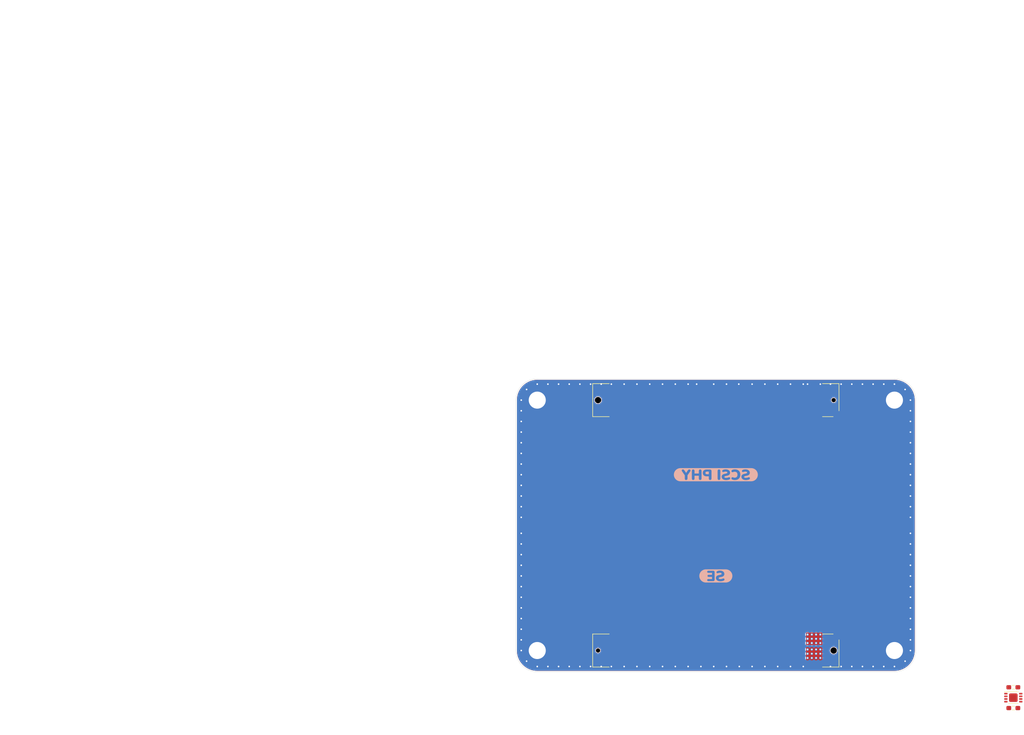
<source format=kicad_pcb>
(kicad_pcb (version 20240108) (generator "pcbnew") (generator_version "8.0")
  (title_block (title "Squishy - SE PHY ") (date "2024-06-14") (rev "1") (company "Shrine Maiden Heavy Industries") (comment 1 "License: CERN-OHL-S") (comment 2 "© 2024 Aki 'lethalbit' Van Ness, et. al.") (comment 3 "No warranty expressed or implied") (comment 4 "Squishy - SCSI Multitool"))
  (layers (0 "F.Cu" signal) (1 "In1.Cu" signal) (2 "In2.Cu" signal) (3 "In3.Cu" signal) (4 "In4.Cu" signal) (31 "B.Cu" signal) (34 "B.Paste" user) (35 "F.Paste" user) (36 "B.SilkS" user "B.Silkscreen") (37 "F.SilkS" user "F.Silkscreen") (38 "B.Mask" user) (39 "F.Mask" user) (44 "Edge.Cuts" user))
  (net 0 "")
  (net 1 "GND")
  (net 4 "/PHY.RST_DIR")
  (net 5 "/PHY.DB13")
  (net 6 "/PHY.ID_SCL")
  (net 7 "/PHY.DB9")
  (net 8 "/PHY.LS_CTRL4")
  (net 10 "+3V3")
  (net 11 "+5V")
  (net 12 "/PHY.DB14")
  (net 13 "/PHY.DB5")
  (net 14 "/PHY.LS_CTRL2")
  (net 15 "/PHY.DB8")
  (net 19 "/PHY.DB3")
  (net 20 "/PHY.DB2")
  (net 21 "/PHY.LS_CTRL5")
  (net 22 "/PHY.BSY")
  (net 23 "/PHY.DBH_DIR")
  (net 25 "/PHY.ATN")
  (net 26 "/PHY.DBL_DIR")
  (net 27 "/PHY.TERMPW_EN")
  (net 28 "/PHY.ACK")
  (net 29 "/PHY.DB15")
  (net 30 "/PHY.DB1")
  (net 31 "/PHY.MSG")
  (net 32 "/PHY.ID_SDA")
  (net 33 "/PHY.LS_CTRL0")
  (net 36 "/PHY.LS_CTRL3")
  (net 37 "/PHY.I{slash}O")
  (net 38 "/PHY.DB11")
  (net 39 "/PHY.BSY_DIR")
  (net 40 "/PHY.~{PHY_PRSNT}")
  (net 41 "/PHY.RST")
  (net 42 "/PHY.DB0")
  (net 43 "/PHY.DB7")
  (net 45 "/PHY.REQ")
  (net 46 "/PHY.SEL_DIR")
  (net 47 "/PHY.INIT_DIR")
  (net 48 "/PHY.DB12")
  (net 49 "/PHY.DB10")
  (net 50 "/PHY.DB6")
  (net 51 "/PHY.SEL")
  (net 53 "/PHY.DP0")
  (net 54 "/PHY.DP1")
  (net 55 "/PHY.DB4")
  (net 57 "/PHY.C{slash}D")
  (net 58 "/PHY.TRGT_DIR")
  (net 59 "/CON.DP14+")
  (net 60 "/CON.C{slash}D+")
  (net 61 "/CON.DB10-")
  (net 62 "/CON.DB4-")
  (net 63 "/CON.ACK+")
  (net 64 "/CON.TERMPWR")
  (net 65 "/CON.DP1+")
  (net 66 "/CON.BSY-")
  (net 67 "/CON.RST-")
  (net 68 "/CON.DB2-")
  (net 69 "/CON.BSY+")
  (net 70 "/CON.DB5+")
  (net 71 "/CON.ATN-")
  (net 72 "/CON.DP0+")
  (net 73 "/CON.SEL+")
  (net 74 "/CON.ATN+")
  (net 75 "/CON.DB9-")
  (net 76 "/CON.SEL-")
  (net 77 "/CON.DB9+")
  (net 78 "/CON.DB0-")
  (net 79 "/CON.DB11+")
  (net 80 "/CON.DB7+")
  (net 81 "/CON.DP1-")
  (net 82 "/CON.DB5-")
  (net 83 "/CON.REQ-")
  (net 84 "/CON.DB1-")
  (net 85 "/CON.DB13+")
  (net 86 "/CON.REQ+")
  (net 87 "/CON.DB3-")
  (net 88 "/CON.DB8+")
  (net 89 "/CON.DB13-")
  (net 90 "/CON.DB15-")
  (net 91 "/CON.MSG+")
  (net 92 "/CON.DB11-")
  (net 93 "/CON.DP12+")
  (net 94 "/CON.DB3+")
  (net 95 "/CON.ACK-")
  (net 96 "/CON.DIFFSENSE")
  (net 97 "/CON.I{slash}O+")
  (net 98 "/CON.I{slash}O-")
  (net 99 "/CON.DB4+")
  (net 100 "/CON.DB15+")
  (net 101 "/CON.DB6-")
  (net 102 "/CON.DP14-")
  (net 103 "/CON.RST+")
  (net 104 "/CON.DB8-")
  (net 105 "/CON.DB10+")
  (net 106 "/CON.MSG-")
  (net 107 "/CON.DB6+")
  (net 109 "/CON.C{slash}D-")
  (net 110 "/CON.DB7-")
  (net 111 "/CON.DP12-")
  (net 112 "/CON.DB1+")
  (net 113 "/CON.DP0-")
  (net 114 "/CON.DB2+")
  (net 115 "/CON.DB0+")
  (net 118 "/PHY.LS_CTRL1")
  (net 123 "Net-(U1-E0)")
  (footprint "lethalbit-connectors:1014457-10x80xLF" (layer "F.Cu") (at 147.5 136)
    (property "Reference" "J1" (hide yes))
    (property "Value" "SCSI PHY Mezz")
    (pad "" np_thru_hole circle (at -22.1 0) (size 0.8 0.8) (drill 0.8) (layers "*.Mask"))
    (pad "" np_thru_hole circle (at 22.1 0) (size 1.2 1.2) (drill 1.2) (layers "*.Mask"))
    (pad "1" smd roundrect (at 19.6 -2.2) (size 0.4 2) (layers "F.Cu" "F.Paste" "F.Mask") (net 11 "+5V"))
    (pad "2" smd roundrect (at 19.6 2.2) (size 0.4 2) (layers "F.Cu" "F.Paste" "F.Mask") (net 10 "+3V3"))
    (pad "3" smd roundrect (at 18.8 -2.2) (size 0.4 2) (layers "F.Cu" "F.Paste" "F.Mask") (net 11 "+5V"))
    (pad "4" smd roundrect (at 18.8 2.2) (size 0.4 2) (layers "F.Cu" "F.Paste" "F.Mask") (net 10 "+3V3"))
    (pad "5" smd roundrect (at 18 -2.2) (size 0.4 2) (layers "F.Cu" "F.Paste" "F.Mask") (net 11 "+5V"))
    (pad "6" smd roundrect (at 18 2.2) (size 0.4 2) (layers "F.Cu" "F.Paste" "F.Mask") (net 10 "+3V3"))
    (pad "7" smd roundrect (at 17.2 -2.2) (size 0.4 2) (layers "F.Cu" "F.Paste" "F.Mask") (net 11 "+5V"))
    (pad "8" smd roundrect (at 17.2 2.2) (size 0.4 2) (layers "F.Cu" "F.Paste" "F.Mask") (net 10 "+3V3"))
    (pad "9" smd roundrect (at 16.4 -2.2) (size 0.4 2) (layers "F.Cu" "F.Paste" "F.Mask") (net 1 "GND"))
    (pad "10" smd roundrect (at 16.4 2.2) (size 0.4 2) (layers "F.Cu" "F.Paste" "F.Mask") (net 1 "GND"))
    (pad "11" smd roundrect (at 15.6 -2.2) (size 0.4 2) (layers "F.Cu" "F.Paste" "F.Mask") (net 6 "/PHY.ID_SCL"))
    (pad "12" smd roundrect (at 15.6 2.2) (size 0.4 2) (layers "F.Cu" "F.Paste" "F.Mask"))
    (pad "13" smd roundrect (at 14.8 -2.2) (size 0.4 2) (layers "F.Cu" "F.Paste" "F.Mask") (net 32 "/PHY.ID_SDA"))
    (pad "14" smd roundrect (at 14.8 2.2) (size 0.4 2) (layers "F.Cu" "F.Paste" "F.Mask"))
    (pad "15" smd roundrect (at 14 -2.2) (size 0.4 2) (layers "F.Cu" "F.Paste" "F.Mask") (net 1 "GND"))
    (pad "16" smd roundrect (at 14 2.2) (size 0.4 2) (layers "F.Cu" "F.Paste" "F.Mask") (net 1 "GND"))
    (pad "17" smd roundrect (at 13.2 -2.2) (size 0.4 2) (layers "F.Cu" "F.Paste" "F.Mask") (net 40 "/PHY.~{PHY_PRSNT}"))
    (pad "18" smd roundrect (at 13.2 2.2) (size 0.4 2) (layers "F.Cu" "F.Paste" "F.Mask"))
    (pad "19" smd roundrect (at 12.4 -2.2) (size 0.4 2) (layers "F.Cu" "F.Paste" "F.Mask") (net 27 "/PHY.TERMPW_EN"))
    (pad "20" smd roundrect (at 12.4 2.2) (size 0.4 2) (layers "F.Cu" "F.Paste" "F.Mask"))
    (pad "21" smd roundrect (at 11.6 -2.2) (size 0.4 2) (layers "F.Cu" "F.Paste" "F.Mask") (net 1 "GND"))
    (pad "22" smd roundrect (at 11.6 2.2) (size 0.4 2) (layers "F.Cu" "F.Paste" "F.Mask") (net 1 "GND"))
    (pad "23" smd roundrect (at 10.8 -2.2) (size 0.4 2) (layers "F.Cu" "F.Paste" "F.Mask") (net 33 "/PHY.LS_CTRL0"))
    (pad "24" smd roundrect (at 10.8 2.2) (size 0.4 2) (layers "F.Cu" "F.Paste" "F.Mask") (net 23 "/PHY.DBH_DIR"))
    (pad "25" smd roundrect (at 10 -2.2) (size 0.4 2) (layers "F.Cu" "F.Paste" "F.Mask") (net 118 "/PHY.LS_CTRL1"))
    (pad "26" smd roundrect (at 10 2.2) (size 0.4 2) (layers "F.Cu" "F.Paste" "F.Mask") (net 5 "/PHY.DB13"))
    (pad "27" smd roundrect (at 9.2 -2.2) (size 0.4 2) (layers "F.Cu" "F.Paste" "F.Mask") (net 1 "GND"))
    (pad "28" smd roundrect (at 9.2 2.2) (size 0.4 2) (layers "F.Cu" "F.Paste" "F.Mask") (net 1 "GND"))
    (pad "29" smd roundrect (at 8.4 -2.2) (size 0.4 2) (layers "F.Cu" "F.Paste" "F.Mask") (net 48 "/PHY.DB12"))
    (pad "30" smd roundrect (at 8.4 2.2) (size 0.4 2) (layers "F.Cu" "F.Paste" "F.Mask") (net 29 "/PHY.DB15"))
    (pad "31" smd roundrect (at 7.6 -2.2) (size 0.4 2) (layers "F.Cu" "F.Paste" "F.Mask") (net 12 "/PHY.DB14"))
    (pad "32" smd roundrect (at 7.6 2.2) (size 0.4 2) (layers "F.Cu" "F.Paste" "F.Mask") (net 26 "/PHY.DBL_DIR"))
    (pad "33" smd roundrect (at 6.8 -2.2) (size 0.4 2) (layers "F.Cu" "F.Paste" "F.Mask") (net 1 "GND"))
    (pad "34" smd roundrect (at 6.8 2.2) (size 0.4 2) (layers "F.Cu" "F.Paste" "F.Mask") (net 1 "GND"))
    (pad "35" smd roundrect (at 6 -2.2) (size 0.4 2) (layers "F.Cu" "F.Paste" "F.Mask") (net 54 "/PHY.DP1"))
    (pad "36" smd roundrect (at 6 2.2) (size 0.4 2) (layers "F.Cu" "F.Paste" "F.Mask") (net 42 "/PHY.DB0"))
    (pad "37" smd roundrect (at 5.2 -2.2) (size 0.4 2) (layers "F.Cu" "F.Paste" "F.Mask") (net 30 "/PHY.DB1"))
    (pad "38" smd roundrect (at 5.2 2.2) (size 0.4 2) (layers "F.Cu" "F.Paste" "F.Mask") (net 20 "/PHY.DB2"))
    (pad "39" smd roundrect (at 4.4 -2.2) (size 0.4 2) (layers "F.Cu" "F.Paste" "F.Mask") (net 1 "GND"))
    (pad "40" smd roundrect (at 4.4 2.2) (size 0.4 2) (layers "F.Cu" "F.Paste" "F.Mask") (net 1 "GND"))
    (pad "41" smd roundrect (at 3.6 -2.2) (size 0.4 2) (layers "F.Cu" "F.Paste" "F.Mask") (net 19 "/PHY.DB3"))
    (pad "42" smd roundrect (at 3.6 2.2) (size 0.4 2) (layers "F.Cu" "F.Paste" "F.Mask") (net 55 "/PHY.DB4"))
    (pad "43" smd roundrect (at 2.8 -2.2) (size 0.4 2) (layers "F.Cu" "F.Paste" "F.Mask") (net 13 "/PHY.DB5"))
    (pad "44" smd roundrect (at 2.8 2.2) (size 0.4 2) (layers "F.Cu" "F.Paste" "F.Mask") (net 50 "/PHY.DB6"))
    (pad "45" smd roundrect (at 2 -2.2) (size 0.4 2) (layers "F.Cu" "F.Paste" "F.Mask") (net 1 "GND"))
    (pad "46" smd roundrect (at 2 2.2) (size 0.4 2) (layers "F.Cu" "F.Paste" "F.Mask") (net 1 "GND"))
    (pad "47" smd roundrect (at 1.2 -2.2) (size 0.4 2) (layers "F.Cu" "F.Paste" "F.Mask") (net 43 "/PHY.DB7"))
    (pad "48" smd roundrect (at 1.2 2.2) (size 0.4 2) (layers "F.Cu" "F.Paste" "F.Mask") (net 53 "/PHY.DP0"))
    (pad "49" smd roundrect (at 0.4 -2.2) (size 0.4 2) (layers "F.Cu" "F.Paste" "F.Mask") (net 22 "/PHY.BSY"))
    (pad "50" smd roundrect (at 0.4 2.2) (size 0.4 2) (layers "F.Cu" "F.Paste" "F.Mask") (net 25 "/PHY.ATN"))
    (pad "51" smd roundrect (at -0.4 -2.2) (size 0.4 2) (layers "F.Cu" "F.Paste" "F.Mask") (net 1 "GND"))
    (pad "52" smd roundrect (at -0.4 2.2) (size 0.4 2) (layers "F.Cu" "F.Paste" "F.Mask") (net 1 "GND"))
    (pad "53" smd roundrect (at -1.2 -2.2) (size 0.4 2) (layers "F.Cu" "F.Paste" "F.Mask") (net 39 "/PHY.BSY_DIR"))
    (pad "54" smd roundrect (at -1.2 2.2) (size 0.4 2) (layers "F.Cu" "F.Paste" "F.Mask") (net 28 "/PHY.ACK"))
    (pad "55" smd roundrect (at -2 -2.2) (size 0.4 2) (layers "F.Cu" "F.Paste" "F.Mask") (net 41 "/PHY.RST"))
    (pad "56" smd roundrect (at -2 2.2) (size 0.4 2) (layers "F.Cu" "F.Paste" "F.Mask") (net 47 "/PHY.INIT_DIR"))
    (pad "57" smd roundrect (at -2.8 -2.2) (size 0.4 2) (layers "F.Cu" "F.Paste" "F.Mask") (net 1 "GND"))
    (pad "58" smd roundrect (at -2.8 2.2) (size 0.4 2) (layers "F.Cu" "F.Paste" "F.Mask") (net 1 "GND"))
    (pad "59" smd roundrect (at -3.6 -2.2) (size 0.4 2) (layers "F.Cu" "F.Paste" "F.Mask") (net 4 "/PHY.RST_DIR"))
    (pad "60" smd roundrect (at -3.6 2.2) (size 0.4 2) (layers "F.Cu" "F.Paste" "F.Mask") (net 31 "/PHY.MSG"))
    (pad "61" smd roundrect (at -4.4 -2.2) (size 0.4 2) (layers "F.Cu" "F.Paste" "F.Mask") (net 51 "/PHY.SEL"))
    (pad "62" smd roundrect (at -4.4 2.2) (size 0.4 2) (layers "F.Cu" "F.Paste" "F.Mask") (net 57 "/PHY.C{slash}D"))
    (pad "63" smd roundrect (at -5.2 -2.2) (size 0.4 2) (layers "F.Cu" "F.Paste" "F.Mask") (net 1 "GND"))
    (pad "64" smd roundrect (at -5.2 2.2) (size 0.4 2) (layers "F.Cu" "F.Paste" "F.Mask") (net 1 "GND"))
    (pad "65" smd roundrect (at -6 -2.2) (size 0.4 2) (layers "F.Cu" "F.Paste" "F.Mask") (net 46 "/PHY.SEL_DIR"))
    (pad "66" smd roundrect (at -6 2.2) (size 0.4 2) (layers "F.Cu" "F.Paste" "F.Mask") (net 37 "/PHY.I{slash}O"))
    (pad "67" smd roundrect (at -6.8 -2.2) (size 0.4 2) (layers "F.Cu" "F.Paste" "F.Mask") (net 45 "/PHY.REQ"))
    (pad "68" smd roundrect (at -6.8 2.2) (size 0.4 2) (layers "F.Cu" "F.Paste" "F.Mask") (net 58 "/PHY.TRGT_DIR"))
    (pad "69" smd roundrect (at -7.6 -2.2) (size 0.4 2) (layers "F.Cu" "F.Paste" "F.Mask") (net 1 "GND"))
    (pad "70" smd roundrect (at -7.6 2.2) (size 0.4 2) (layers "F.Cu" "F.Paste" "F.Mask") (net 1 "GND"))
    (pad "71" smd roundrect (at -8.4 -2.2) (size 0.4 2) (layers "F.Cu" "F.Paste" "F.Mask") (net 15 "/PHY.DB8"))
    (pad "72" smd roundrect (at -8.4 2.2) (size 0.4 2) (layers "F.Cu" "F.Paste" "F.Mask") (net 7 "/PHY.DB9"))
    (pad "73" smd roundrect (at -9.2 -2.2) (size 0.4 2) (layers "F.Cu" "F.Paste" "F.Mask") (net 49 "/PHY.DB10"))
    (pad "74" smd roundrect (at -9.2 2.2) (size 0.4 2) (layers "F.Cu" "F.Paste" "F.Mask") (net 38 "/PHY.DB11"))
    (pad "75" smd roundrect (at -10 -2.2) (size 0.4 2) (layers "F.Cu" "F.Paste" "F.Mask") (net 1 "GND"))
    (pad "76" smd roundrect (at -10 2.2) (size 0.4 2) (layers "F.Cu" "F.Paste" "F.Mask") (net 1 "GND"))
    (pad "77" smd roundrect (at -10.8 -2.2) (size 0.4 2) (layers "F.Cu" "F.Paste" "F.Mask") (net 8 "/PHY.LS_CTRL4"))
    (pad "78" smd roundrect (at -10.8 2.2) (size 0.4 2) (layers "F.Cu" "F.Paste" "F.Mask") (net 14 "/PHY.LS_CTRL2"))
    (pad "79" smd roundrect (at -11.6 -2.2) (size 0.4 2) (layers "F.Cu" "F.Paste" "F.Mask") (net 21 "/PHY.LS_CTRL5"))
    (pad "80" smd roundrect (at -11.6 2.2) (size 0.4 2) (layers "F.Cu" "F.Paste" "F.Mask") (net 36 "/PHY.LS_CTRL3"))
    (pad "81" smd roundrect (at -12.4 -2.2) (size 0.4 2) (layers "F.Cu" "F.Paste" "F.Mask") (net 1 "GND"))
    (pad "82" smd roundrect (at -12.4 2.2) (size 0.4 2) (layers "F.Cu" "F.Paste" "F.Mask") (net 1 "GND"))
    (pad "83" smd roundrect (at -13.2 -2.2) (size 0.4 2) (layers "F.Cu" "F.Paste" "F.Mask"))
    (pad "84" smd roundrect (at -13.2 2.2) (size 0.4 2) (layers "F.Cu" "F.Paste" "F.Mask"))
    (pad "85" smd roundrect (at -14 -2.2) (size 0.4 2) (layers "F.Cu" "F.Paste" "F.Mask"))
    (pad "86" smd roundrect (at -14 2.2) (size 0.4 2) (layers "F.Cu" "F.Paste" "F.Mask"))
    (pad "87" smd roundrect (at -14.8 -2.2) (size 0.4 2) (layers "F.Cu" "F.Paste" "F.Mask") (net 1 "GND"))
    (pad "88" smd roundrect (at -14.8 2.2) (size 0.4 2) (layers "F.Cu" "F.Paste" "F.Mask") (net 1 "GND"))
    (pad "89" smd roundrect (at -15.6 -2.2) (size 0.4 2) (layers "F.Cu" "F.Paste" "F.Mask"))
    (pad "90" smd roundrect (at -15.6 2.2) (size 0.4 2) (layers "F.Cu" "F.Paste" "F.Mask"))
    (pad "91" smd roundrect (at -16.4 -2.2) (size 0.4 2) (layers "F.Cu" "F.Paste" "F.Mask"))
    (pad "92" smd roundrect (at -16.4 2.2) (size 0.4 2) (layers "F.Cu" "F.Paste" "F.Mask"))
    (pad "93" smd roundrect (at -17.2 -2.2) (size 0.4 2) (layers "F.Cu" "F.Paste" "F.Mask") (net 1 "GND"))
    (pad "94" smd roundrect (at -17.2 2.2) (size 0.4 2) (layers "F.Cu" "F.Paste" "F.Mask") (net 1 "GND"))
    (pad "95" smd roundrect (at -18 -2.2) (size 0.4 2) (layers "F.Cu" "F.Paste" "F.Mask"))
    (pad "96" smd roundrect (at -18 2.2) (size 0.4 2) (layers "F.Cu" "F.Paste" "F.Mask"))
    (pad "97" smd roundrect (at -18.8 -2.2) (size 0.4 2) (layers "F.Cu" "F.Paste" "F.Mask"))
    (pad "98" smd roundrect (at -18.8 2.2) (size 0.4 2) (layers "F.Cu" "F.Paste" "F.Mask"))
    (pad "99" smd roundrect (at -19.6 -2.2) (size 0.4 2) (layers "F.Cu" "F.Paste" "F.Mask") (net 1 "GND"))
    (pad "100" smd roundrect (at -19.6 2.2) (size 0.4 2) (layers "F.Cu" "F.Paste" "F.Mask") (net 1 "GND"))
  )
  (footprint "MountingHole:MountingHole_3.2mm_M3_Pad" (layer "F.Cu") (at 114 89)
    (property "Reference" "H1" (hide yes))
    (property "Value" "MountingHole" (hide yes))
    (pad "1" thru_hole circle (at 0 0) (size 6.4 6.4) (drill 3.2) (layers "*.Cu" "*.Mask") (net 1 "GND"))
  )
  (footprint "MountingHole:MountingHole_3.2mm_M3_Pad" (layer "F.Cu") (at 181 89)
    (property "Reference" "H2" (hide yes))
    (property "Value" "MountingHole" (hide yes))
    (pad "1" thru_hole circle (at 0 0) (size 6.4 6.4) (drill 3.2) (layers "*.Cu" "*.Mask") (net 1 "GND"))
  )
  (footprint "PCM_kikit:Tab" (layer "F.Cu") (at 185.25 126.25 180)
    (property "Reference" "REF**" (hide yes))
    (property "Value" "Tab")
  )
  (footprint "PCM_kikit:Tab" (layer "F.Cu") (at 174 140.25 90)
    (property "Reference" "REF**" (hide yes))
    (property "Value" "Tab")
  )
  (footprint "rhais_rcl:C0603" (layer "F.Cu") (at 203.3 146.8)
    (property "Reference" "C1")
    (property "Value" "100n" (hide yes))
    (pad "1" smd roundrect (at -0.85 0) (size 0.9 0.8) (layers "F.Cu" "F.Paste" "F.Mask") (net 1 "GND"))
    (pad "2" smd roundrect (at 0.85 0) (size 0.9 0.8) (layers "F.Cu" "F.Paste" "F.Mask") (net 10 "+3V3"))
  )
  (footprint "PCM_kikit:Tab" (layer "F.Cu") (at 121.000001 84.75 -90)
    (property "Reference" "REF**" (hide yes))
    (property "Value" "Tab")
  )
  (footprint "MountingHole:MountingHole_3.2mm_M3_Pad" (layer "F.Cu") (at 181 136)
    (property "Reference" "H4" (hide yes))
    (property "Value" "MountingHole" (hide yes))
    (pad "1" thru_hole circle (at 0 0) (size 6.4 6.4) (drill 3.2) (layers "*.Cu" "*.Mask") (net 1 "GND"))
  )
  (footprint "PCM_kikit:Tab" (layer "F.Cu") (at 109.7 126.25)
    (property "Reference" "REF**" (hide yes))
    (property "Value" "Tab")
  )
  (footprint "Fiducial:Fiducial_0.75mm_Mask1.5mm" (layer "F.Cu") (at 183.5 112.5)
    (property "Reference" "FID5" (hide yes))
    (property "Value" "Fiducial" (hide yes))
    (pad "" smd circle (at 0 0) (size 0.75 0.75) (layers "F.Cu" "F.Mask") (clearance 0.375))
  )
  (footprint "PCM_kikit:Tab" (layer "F.Cu") (at 174 84.75 -90)
    (property "Reference" "REF**" (hide yes))
    (property "Value" "Tab")
  )
  (footprint "PCM_kikit:Tab" (layer "F.Cu") (at 109.7 98.75)
    (property "Reference" "REF**" (hide yes))
    (property "Value" "Tab")
  )
  (footprint "PCM_kikit:Tab" (layer "F.Cu") (at 185.25 98.75 180)
    (property "Reference" "REF**" (hide yes))
    (property "Value" "Tab")
  )
  (footprint "lethalbit-connectors:101445x-10x80xLF" (layer "F.Cu") (at 147.5 89 180)
    (property "Reference" "J2" (hide yes))
    (property "Value" "SCSI Connector")
    (pad "" np_thru_hole circle (at -22.1 0 180) (size 0.8 0.8) (drill 0.8) (layers "*.Mask"))
    (pad "" np_thru_hole circle (at 22.1 0 180) (size 1.2 1.2) (drill 1.2) (layers "*.Mask"))
    (pad "1" smd roundrect (at -19.6 -2.2 180) (size 0.4 2) (layers "F.Cu" "F.Paste" "F.Mask") (net 1 "GND"))
    (pad "2" smd roundrect (at -19.6 2.2 180) (size 0.4 2) (layers "F.Cu" "F.Paste" "F.Mask") (net 1 "GND"))
    (pad "3" smd roundrect (at -18.8 -2.199999 180) (size 0.4 2) (layers "F.Cu" "F.Paste" "F.Mask"))
    (pad "4" smd roundrect (at -18.8 2.199999 180) (size 0.4 2) (layers "F.Cu" "F.Paste" "F.Mask") (net 32 "/PHY.ID_SDA"))
    (pad "5" smd roundrect (at -18 -2.2 180) (size 0.4 2) (layers "F.Cu" "F.Paste" "F.Mask"))
    (pad "6" smd roundrect (at -18 2.2 180) (size 0.4 2) (layers "F.Cu" "F.Paste" "F.Mask") (net 6 "/PHY.ID_SCL"))
    (pad "7" smd roundrect (at -17.200001 -2.2 180) (size 0.4 2) (layers "F.Cu" "F.Paste" "F.Mask") (net 1 "GND"))
    (pad "8" smd roundrect (at -17.200001 2.2 180) (size 0.4 2) (layers "F.Cu" "F.Paste" "F.Mask") (net 1 "GND"))
    (pad "9" smd roundrect (at -16.4 -2.2 180) (size 0.4 2) (layers "F.Cu" "F.Paste" "F.Mask") (net 1 "GND"))
    (pad "10" smd roundrect (at -16.4 2.2 180) (size 0.4 2) (layers "F.Cu" "F.Paste" "F.Mask") (net 1 "GND"))
    (pad "11" smd roundrect (at -15.6 -2.2 180) (size 0.4 2) (layers "F.Cu" "F.Paste" "F.Mask") (net 93 "/CON.DP12+"))
    (pad "12" smd roundrect (at -15.6 2.2 180) (size 0.4 2) (layers "F.Cu" "F.Paste" "F.Mask") (net 111 "/CON.DP12-"))
    (pad "13" smd roundrect (at -14.799999 -2.2 180) (size 0.4 2) (layers "F.Cu" "F.Paste" "F.Mask") (net 85 "/CON.DB13+"))
    (pad "14" smd roundrect (at -14.799999 2.2 180) (size 0.4 2) (layers "F.Cu" "F.Paste" "F.Mask") (net 89 "/CON.DB13-"))
    (pad "15" smd roundrect (at -14 -2.2 180) (size 0.4 2) (layers "F.Cu" "F.Paste" "F.Mask") (net 1 "GND"))
    (pad "16" smd roundrect (at -14 2.2 180) (size 0.4 2) (layers "F.Cu" "F.Paste" "F.Mask") (net 1 "GND"))
    (pad "17" smd roundrect (at -13.2 -2.199999 180) (size 0.4 2) (layers "F.Cu" "F.Paste" "F.Mask") (net 59 "/CON.DP14+"))
    (pad "18" smd roundrect (at -13.2 2.199999 180) (size 0.4 2) (layers "F.Cu" "F.Paste" "F.Mask") (net 102 "/CON.DP14-"))
    (pad "19" smd roundrect (at -12.4 -2.2 180) (size 0.4 2) (layers "F.Cu" "F.Paste" "F.Mask") (net 100 "/CON.DB15+"))
    (pad "20" smd roundrect (at -12.4 2.2 180) (size 0.4 2) (layers "F.Cu" "F.Paste" "F.Mask") (net 90 "/CON.DB15-"))
    (pad "21" smd roundrect (at -11.6 -2.2 180) (size 0.4 2) (layers "F.Cu" "F.Paste" "F.Mask") (net 1 "GND"))
    (pad "22" smd roundrect (at -11.6 2.2 180) (size 0.4 2) (layers "F.Cu" "F.Paste" "F.Mask") (net 1 "GND"))
    (pad "23" smd roundrect (at -10.8 -2.2 180) (size 0.4 2) (layers "F.Cu" "F.Paste" "F.Mask") (net 65 "/CON.DP1+"))
    (pad "24" smd roundrect (at -10.8 2.2 180) (size 0.4 2) (layers "F.Cu" "F.Paste" "F.Mask") (net 81 "/CON.DP1-"))
    (pad "25" smd roundrect (at -10 -2.2 180) (size 0.4 2) (layers "F.Cu" "F.Paste" "F.Mask") (net 115 "/CON.DB0+"))
    (pad "26" smd roundrect (at -10 2.2 180) (size 0.4 2) (layers "F.Cu" "F.Paste" "F.Mask") (net 78 "/CON.DB0-"))
    (pad "27" smd roundrect (at -9.199999 -2.2 180) (size 0.4 2) (layers "F.Cu" "F.Paste" "F.Mask") (net 1 "GND"))
    (pad "28" smd roundrect (at -9.199999 2.2 180) (size 0.4 2) (layers "F.Cu" "F.Paste" "F.Mask") (net 1 "GND"))
    (pad "29" smd roundrect (at -8.4 -2.2 180) (size 0.4 2) (layers "F.Cu" "F.Paste" "F.Mask") (net 112 "/CON.DB1+"))
    (pad "30" smd roundrect (at -8.4 2.2 180) (size 0.4 2) (layers "F.Cu" "F.Paste" "F.Mask") (net 84 "/CON.DB1-"))
    (pad "31" smd roundrect (at -7.6 -2.199999 180) (size 0.4 2) (layers "F.Cu" "F.Paste" "F.Mask") (net 114 "/CON.DB2+"))
    (pad "32" smd roundrect (at -7.6 2.199999 180) (size 0.4 2) (layers "F.Cu" "F.Paste" "F.Mask") (net 68 "/CON.DB2-"))
    (pad "33" smd roundrect (at -6.8 -2.2 180) (size 0.4 2) (layers "F.Cu" "F.Paste" "F.Mask") (net 1 "GND"))
    (pad "34" smd roundrect (at -6.8 2.2 180) (size 0.4 2) (layers "F.Cu" "F.Paste" "F.Mask") (net 1 "GND"))
    (pad "35" smd roundrect (at -6 -2.2 180) (size 0.4 2) (layers "F.Cu" "F.Paste" "F.Mask") (net 94 "/CON.DB3+"))
    (pad "36" smd roundrect (at -6 2.2 180) (size 0.4 2) (layers "F.Cu" "F.Paste" "F.Mask") (net 87 "/CON.DB3-"))
    (pad "37" smd roundrect (at -5.2 -2.2 180) (size 0.4 2) (layers "F.Cu" "F.Paste" "F.Mask") (net 99 "/CON.DB4+"))
    (pad "38" smd roundrect (at -5.2 2.2 180) (size 0.4 2) (layers "F.Cu" "F.Paste" "F.Mask") (net 62 "/CON.DB4-"))
    (pad "39" smd roundrect (at -4.4 -2.2 180) (size 0.4 2) (layers "F.Cu" "F.Paste" "F.Mask") (net 1 "GND"))
    (pad "40" smd roundrect (at -4.4 2.2 180) (size 0.4 2) (layers "F.Cu" "F.Paste" "F.Mask") (net 1 "GND"))
    (pad "41" smd roundrect (at -3.599999 -2.2 180) (size 0.4 2) (layers "F.Cu" "F.Paste" "F.Mask") (net 70 "/CON.DB5+"))
    (pad "42" smd roundrect (at -3.599999 2.2 180) (size 0.4 2) (layers "F.Cu" "F.Paste" "F.Mask") (net 82 "/CON.DB5-"))
    (pad "43" smd roundrect (at -2.8 -2.2 180) (size 0.4 2) (layers "F.Cu" "F.Paste" "F.Mask") (net 107 "/CON.DB6+"))
    (pad "44" smd roundrect (at -2.8 2.2 180) (size 0.4 2) (layers "F.Cu" "F.Paste" "F.Mask") (net 101 "/CON.DB6-"))
    (pad "45" smd roundrect (at -2 -2.199999 180) (size 0.4 2) (layers "F.Cu" "F.Paste" "F.Mask") (net 1 "GND"))
    (pad "46" smd roundrect (at -2 2.199999 180) (size 0.4 2) (layers "F.Cu" "F.Paste" "F.Mask") (net 1 "GND"))
    (pad "47" smd roundrect (at -1.2 -2.2 180) (size 0.4 2) (layers "F.Cu" "F.Paste" "F.Mask") (net 80 "/CON.DB7+"))
    (pad "48" smd roundrect (at -1.2 2.2 180) (size 0.4 2) (layers "F.Cu" "F.Paste" "F.Mask") (net 110 "/CON.DB7-"))
    (pad "49" smd roundrect (at -0.4 -2.2 180) (size 0.4 2) (layers "F.Cu" "F.Paste" "F.Mask") (net 72 "/CON.DP0+"))
    (pad "50" smd roundrect (at -0.4 2.2 180) (size 0.4 2) (layers "F.Cu" "F.Paste" "F.Mask") (net 113 "/CON.DP0-"))
    (pad "51" smd roundrect (at 0.4 -2.2 180) (size 0.4 2) (layers "F.Cu" "F.Paste" "F.Mask") (net 1 "GND"))
    (pad "52" smd roundrect (at 0.4 2.2 180) (size 0.4 2) (layers "F.Cu" "F.Paste" "F.Mask") (net 1 "GND"))
    (pad "53" smd roundrect (at 1.2 -2.2 180) (size 0.4 2) (layers "F.Cu" "F.Paste" "F.Mask") (net 96 "/CON.DIFFSENSE"))
    (pad "54" smd roundrect (at 1.2 2.2 180) (size 0.4 2) (layers "F.Cu" "F.Paste" "F.Mask"))
    (pad "55" smd roundrect (at 2 -2.199999 180) (size 0.4 2) (layers "F.Cu" "F.Paste" "F.Mask") (net 64 "/CON.TERMPWR"))
    (pad "56" smd roundrect (at 2 2.199999 180) (size 0.4 2) (layers "F.Cu" "F.Paste" "F.Mask") (net 64 "/CON.TERMPWR"))
    (pad "57" smd roundrect (at 2.8 -2.2 180) (size 0.4 2) (layers "F.Cu" "F.Paste" "F.Mask") (net 64 "/CON.TERMPWR"))
    (pad "58" smd roundrect (at 2.8 2.2 180) (size 0.4 2) (layers "F.Cu" "F.Paste" "F.Mask") (net 64 "/CON.TERMPWR"))
    (pad "59" smd roundrect (at 3.599999 -2.2 180) (size 0.4 2) (layers "F.Cu" "F.Paste" "F.Mask") (net 1 "GND"))
    (pad "60" smd roundrect (at 3.599999 2.2 180) (size 0.4 2) (layers "F.Cu" "F.Paste" "F.Mask") (net 1 "GND"))
    (pad "61" smd roundrect (at 4.4 -2.2 180) (size 0.4 2) (layers "F.Cu" "F.Paste" "F.Mask") (net 74 "/CON.ATN+"))
    (pad "62" smd roundrect (at 4.4 2.2 180) (size 0.4 2) (layers "F.Cu" "F.Paste" "F.Mask") (net 71 "/CON.ATN-"))
    (pad "63" smd roundrect (at 5.2 -2.2 180) (size 0.4 2) (layers "F.Cu" "F.Paste" "F.Mask") (net 1 "GND"))
    (pad "64" smd roundrect (at 5.2 2.2 180) (size 0.4 2) (layers "F.Cu" "F.Paste" "F.Mask") (net 1 "GND"))
    (pad "65" smd roundrect (at 6 -2.2 180) (size 0.4 2) (layers "F.Cu" "F.Paste" "F.Mask") (net 69 "/CON.BSY+"))
    (pad "66" smd roundrect (at 6 2.2 180) (size 0.4 2) (layers "F.Cu" "F.Paste" "F.Mask") (net 66 "/CON.BSY-"))
    (pad "67" smd roundrect (at 6.8 -2.2 180) (size 0.4 2) (layers "F.Cu" "F.Paste" "F.Mask") (net 63 "/CON.ACK+"))
    (pad "68" smd roundrect (at 6.8 2.2 180) (size 0.4 2) (layers "F.Cu" "F.Paste" "F.Mask") (net 95 "/CON.ACK-"))
    (pad "69" smd roundrect (at 7.6 -2.199999 180) (size 0.4 2) (layers "F.Cu" "F.Paste" "F.Mask") (net 1 "GND"))
    (pad "70" smd roundrect (at 7.6 2.199999 180) (size 0.4 2) (layers "F.Cu" "F.Paste" "F.Mask") (net 1 "GND"))
    (pad "71" smd roundrect (at 8.4 -2.2 180) (size 0.4 2) (layers "F.Cu" "F.Paste" "F.Mask") (net 103 "/CON.RST+"))
    (pad "72" smd roundrect (at 8.4 2.2 180) (size 0.4 2) (layers "F.Cu" "F.Paste" "F.Mask") (net 67 "/CON.RST-"))
    (pad "73" smd roundrect (at 9.199999 -2.2 180) (size 0.4 2) (layers "F.Cu" "F.Paste" "F.Mask") (net 91 "/CON.MSG+"))
    (pad "74" smd roundrect (at 9.199999 2.2 180) (size 0.4 2) (layers "F.Cu" "F.Paste" "F.Mask") (net 106 "/CON.MSG-"))
    (pad "75" smd roundrect (at 10 -2.2 180) (size 0.4 2) (layers "F.Cu" "F.Paste" "F.Mask") (net 1 "GND"))
    (pad "76" smd roundrect (at 10 2.2 180) (size 0.4 2) (layers "F.Cu" "F.Paste" "F.Mask") (net 1 "GND"))
    (pad "77" smd roundrect (at 10.8 -2.2 180) (size 0.4 2) (layers "F.Cu" "F.Paste" "F.Mask") (net 73 "/CON.SEL+"))
    (pad "78" smd roundrect (at 10.8 2.2 180) (size 0.4 2) (layers "F.Cu" "F.Paste" "F.Mask") (net 76 "/CON.SEL-"))
    (pad "79" smd roundrect (at 11.6 -2.2 180) (size 0.4 2) (layers "F.Cu" "F.Paste" "F.Mask") (net 60 "/CON.C{slash}D+"))
    (pad "80" smd roundrect (at 11.6 2.2 180) (size 0.4 2) (layers "F.Cu" "F.Paste" "F.Mask") (net 109 "/CON.C{slash}D-"))
    (pad "81" smd roundrect (at 12.4 -2.2 180) (size 0.4 2) (layers "F.Cu" "F.Paste" "F.Mask") (net 1 "GND"))
    (pad "82" smd roundrect (at 12.4 2.2 180) (size 0.4 2) (layers "F.Cu" "F.Paste" "F.Mask") (net 1 "GND"))
    (pad "83" smd roundrect (at 13.2 -2.199999 180) (size 0.4 2) (layers "F.Cu" "F.Paste" "F.Mask") (net 86 "/CON.REQ+"))
    (pad "84" smd roundrect (at 13.2 2.199999 180) (size 0.4 2) (layers "F.Cu" "F.Paste" "F.Mask") (net 83 "/CON.REQ-"))
    (pad "85" smd roundrect (at 14 -2.2 180) (size 0.4 2) (layers "F.Cu" "F.Paste" "F.Mask") (net 97 "/CON.I{slash}O+"))
    (pad "86" smd roundrect (at 14 2.2 180) (size 0.4 2) (layers "F.Cu" "F.Paste" "F.Mask") (net 98 "/CON.I{slash}O-"))
    (pad "87" smd roundrect (at 14.799999 -2.2 180) (size 0.4 2) (layers "F.Cu" "F.Paste" "F.Mask") (net 1 "GND"))
    (pad "88" smd roundrect (at 14.799999 2.2 180) (size 0.4 2) (layers "F.Cu" "F.Paste" "F.Mask") (net 1 "GND"))
    (pad "89" smd roundrect (at 15.6 -2.2 180) (size 0.4 2) (layers "F.Cu" "F.Paste" "F.Mask") (net 88 "/CON.DB8+"))
    (pad "90" smd roundrect (at 15.6 2.2 180) (size 0.4 2) (layers "F.Cu" "F.Paste" "F.Mask") (net 104 "/CON.DB8-"))
    (pad "91" smd roundrect (at 16.4 -2.2 180) (size 0.4 2) (layers "F.Cu" "F.Paste" "F.Mask") (net 77 "/CON.DB9+"))
    (pad "92" smd roundrect (at 16.4 2.2 180) (size 0.4 2) (layers "F.Cu" "F.Paste" "F.Mask") (net 75 "/CON.DB9-"))
    (pad "93" smd roundrect (at 17.200001 -2.2 180) (size 0.4 2) (layers "F.Cu" "F.Paste" "F.Mask") (net 1 "GND"))
    (pad "94" smd roundrect (at 17.200001 2.2 180) (size 0.4 2) (layers "F.Cu" "F.Paste" "F.Mask") (net 1 "GND"))
    (pad "95" smd roundrect (at 18 -2.2 180) (size 0.4 2) (layers "F.Cu" "F.Paste" "F.Mask") (net 105 "/CON.DB10+"))
    (pad "96" smd roundrect (at 18 2.2 180) (size 0.4 2) (layers "F.Cu" "F.Paste" "F.Mask") (net 61 "/CON.DB10-"))
    (pad "97" smd roundrect (at 18.8 -2.199999 180) (size 0.4 2) (layers "F.Cu" "F.Paste" "F.Mask") (net 79 "/CON.DB11+"))
    (pad "98" smd roundrect (at 18.8 2.199999 180) (size 0.4 2) (layers "F.Cu" "F.Paste" "F.Mask") (net 92 "/CON.DB11-"))
    (pad "99" smd roundrect (at 19.6 -2.2 180) (size 0.4 2) (layers "F.Cu" "F.Paste" "F.Mask") (net 1 "GND"))
    (pad "100" smd roundrect (at 19.6 2.2 180) (size 0.4 2) (layers "F.Cu" "F.Paste" "F.Mask") (net 1 "GND"))
  )
  (footprint "Fiducial:Fiducial_0.75mm_Mask1.5mm" (layer "F.Cu") (at 174 89)
    (property "Reference" "FID3" (hide yes))
    (property "Value" "Fiducial" (hide yes))
    (pad "" smd circle (at 0 0) (size 0.75 0.75) (layers "F.Cu" "F.Mask") (clearance 0.375))
  )
  (footprint "Fiducial:Fiducial_0.75mm_Mask1.5mm" (layer "F.Cu") (at 121 136)
    (property "Reference" "FID1" (hide yes))
    (property "Value" "Fiducial" (hide yes))
    (pad "" smd circle (at 0 0) (size 0.75 0.75) (layers "F.Cu" "F.Mask") (clearance 0.375))
  )
  (footprint "rhais_rcl:R0603" (layer "F.Cu") (at 203.3 142.9)
    (property "Reference" "R1")
    (property "Value" "10k" (hide yes))
    (pad "1" smd roundrect (at -0.85 0) (size 0.9 0.8) (layers "F.Cu" "F.Paste" "F.Mask") (net 123 "Net-(U1-E0)"))
    (pad "2" smd roundrect (at 0.85 0) (size 0.9 0.8) (layers "F.Cu" "F.Paste" "F.Mask") (net 10 "+3V3"))
  )
  (footprint "lethalbit-memory:ST_UFDFPN-8-1EP_2x3mm_P0.5mm_EP1.6x1.6mm" (layer "F.Cu") (at 203.3 144.85)
    (property "Reference" "U1")
    (property "Value" "M24C02-RMC" (hide yes))
    (pad "1" smd roundrect (at -1.4 -0.75) (size 0.6 0.3) (layers "F.Cu" "F.Paste" "F.Mask") (roundrect_rratio 0.15625) (net 123 "Net-(U1-E0)"))
    (pad "2" smd roundrect (at -1.4 -0.25) (size 0.6 0.3) (layers "F.Cu" "F.Paste" "F.Mask") (roundrect_rratio 0.15625) (net 1 "GND"))
    (pad "3" smd roundrect (at -1.4 0.25) (size 0.6 0.3) (layers "F.Cu" "F.Paste" "F.Mask") (roundrect_rratio 0.15625) (net 1 "GND"))
    (pad "4" smd roundrect (at -1.4 0.75) (size 0.6 0.3) (layers "F.Cu" "F.Paste" "F.Mask") (roundrect_rratio 0.15625) (net 1 "GND"))
    (pad "5" smd roundrect (at 1.4 0.75) (size 0.6 0.3) (layers "F.Cu" "F.Paste" "F.Mask") (roundrect_rratio 0.15625) (net 32 "/PHY.ID_SDA"))
    (pad "6" smd roundrect (at 1.4 0.25) (size 0.6 0.3) (layers "F.Cu" "F.Paste" "F.Mask") (roundrect_rratio 0.15625) (net 6 "/PHY.ID_SCL"))
    (pad "7" smd roundrect (at 1.4 -0.25) (size 0.6 0.3) (layers "F.Cu" "F.Paste" "F.Mask") (roundrect_rratio 0.15625) (net 1 "GND"))
    (pad "8" smd roundrect (at 1.4 -0.75) (size 0.6 0.3) (layers "F.Cu" "F.Paste" "F.Mask") (roundrect_rratio 0.15625) (net 10 "+3V3"))
    (pad "EP" smd roundrect (at 0 0) (size 1.6 1.6) (layers "F.Cu" "F.Mask") (roundrect_rratio 0.15625) (net 1 "GND"))
  )
  (footprint "MountingHole:MountingHole_3.2mm_M3_Pad" (layer "F.Cu") (at 114 136)
    (property "Reference" "H3" (hide yes))
    (property "Value" "MountingHole" (hide yes))
    (pad "1" thru_hole circle (at 0 0) (size 6.4 6.4) (drill 3.2) (layers "*.Cu" "*.Mask") (net 1 "GND"))
  )
  (footprint "PCM_kikit:Tab" (layer "F.Cu") (at 121 140.25 90)
    (property "Reference" "REF**" (hide yes))
    (property "Value" "Tab")
  )
  (footprint "kibuzzard-66793C11" (layer "B.Cu") (at 147.5 103 180)
    (property "Reference" "kibuzzard-66793C11" (hide yes))
    (property "Value" "G***" (hide yes))
  )
  (footprint "kibuzzard-6685DA1D" (layer "B.Cu") (at 147.5 122 180)
    (property "Reference" "kibuzzard-6685DA1D" (hide yes))
    (property "Value" "G***" (hide yes))
  )
  (gr_line (start 181 85) (end 114 85) (stroke (width 0.05)) (layer "Edge.Cuts"))
  (gr_line (start 114 140) (end 181 140) (stroke (width 0.05)) (layer "Edge.Cuts"))
  (gr_arc (start 110 89) (mid 111.171573 86.171573) (end 114 85) (stroke (width 0.05)) (layer "Edge.Cuts"))
  (gr_line (start 185 136) (end 185 89) (stroke (width 0.05)) (layer "Edge.Cuts"))
  (gr_arc (start 185 136) (mid 183.828427 138.828427) (end 181 140) (stroke (width 0.05)) (layer "Edge.Cuts"))
  (gr_arc (start 181 85) (mid 183.828427 86.171573) (end 185 89) (stroke (width 0.05)) (layer "Edge.Cuts"))
  (gr_line (start 110 136) (end 110 89) (stroke (width 0.05)) (layer "Edge.Cuts"))
  (gr_arc (start 114 140) (mid 111.171573 138.828427) (end 110 136) (stroke (width 0.05)) (layer "Edge.Cuts"))
  (via (at 122 139) (size 0.5) (drill 0.3) (layers "F.Cu" "B.Cu") (net 1))
  (via (at 184 89) (size 0.5) (drill 0.3) (layers "F.Cu" "B.Cu") (net 1))
  (via (at 161.5 139) (size 0.5) (drill 0.3) (layers "F.Cu" "B.Cu") (net 1))
  (via (at 184 126) (size 0.5) (drill 0.3) (layers "F.Cu" "B.Cu") (net 1))
  (via (at 184 136.000001) (size 0.5) (drill 0.3) (layers "F.Cu" "B.Cu") (net 1))
  (via (at 111 136) (size 0.5) (drill 0.3) (layers "F.Cu" "B.Cu") (net 1))
  (via (at 111 111) (size 0.5) (drill 0.3) (layers "F.Cu" "B.Cu") (net 1))
  (via (at 111 132) (size 0.5) (drill 0.3) (layers "F.Cu" "B.Cu") (net 1))
  (via (at 184 101) (size 0.5) (drill 0.3) (layers "F.Cu" "B.Cu") (net 1))
  (via (at 111 97) (size 0.5) (drill 0.3) (layers "F.Cu" "B.Cu") (net 1))
  (via (at 184 111) (size 0.5) (drill 0.3) (layers "F.Cu" "B.Cu") (net 1))
  (via (at 116 139) (size 0.5) (drill 0.3) (layers "F.Cu" "B.Cu") (net 1))
  (via (at 184 95) (size 0.5) (drill 0.3) (layers "F.Cu" "B.Cu") (net 1))
  (via (at 163.9 86) (size 0.5) (drill 0.3) (layers "F.Cu" "B.Cu") (net 1))
  (via (at 161.5 86) (size 0.5) (drill 0.3) (layers "F.Cu" "B.Cu") (net 1))
  (via (at 120 139) (size 0.5) (drill 0.3) (layers "F.Cu" "B.Cu") (net 1))
  (via (at 184 124) (size 0.5) (drill 0.3) (layers "F.Cu" "B.Cu") (net 1))
  (via (at 184 99) (size 0.5) (drill 0.3) (layers "F.Cu" "B.Cu") (net 1))
  (via (at 132.7 86) (size 0.5) (drill 0.3) (layers "F.Cu" "B.Cu") (net 1))
  (via (at 149.5 139) (size 0.5) (drill 0.3) (layers "F.Cu" "B.Cu") (net 1))
  (via (at 154.3 139) (size 0.5) (drill 0.3) (layers "F.Cu" "B.Cu") (net 1))
  (via (at 111 95) (size 0.5) (drill 0.3) (layers "F.Cu" "B.Cu") (net 1))
  (via (at 111 93) (size 0.5) (drill 0.3) (layers "F.Cu" "B.Cu") (net 1))
  (via (at 177 86) (size 0.5) (drill 0.3) (layers "F.Cu" "B.Cu") (net 1))
  (via (at 167.1 86) (size 0.5) (drill 0.3) (layers "F.Cu" "B.Cu") (net 1))
  (via (at 151.8 86) (size 0.5) (drill 0.3) (layers "F.Cu" "B.Cu") (net 1))
  (via (at 184 134) (size 0.5) (drill 0.3) (layers "F.Cu" "B.Cu") (net 1))
  (via (at 132.7 139) (size 0.5) (drill 0.3) (layers "F.Cu" "B.Cu") (net 1))
  (via (at 126 139) (size 0.5) (drill 0.3) (layers "F.Cu" "B.Cu") (net 1))
  (via (at 126 86) (size 0.5) (drill 0.3) (layers "F.Cu" "B.Cu") (net 1))
  (via (at 151.9 139) (size 0.5) (drill 0.3) (layers "F.Cu" "B.Cu") (net 1))
  (via (at 184 109) (size 0.5) (drill 0.3) (layers "F.Cu" "B.Cu") (net 1))
  (via (at 124 139) (size 0.5) (drill 0.3) (layers "F.Cu" "B.Cu") (net 1))
  (via (at 147.1 86) (size 0.5) (drill 0.3) (layers "F.Cu" "B.Cu") (net 1))
  (via (at 127.9 86) (size 0.5) (drill 0.3) (layers "F.Cu" "B.Cu") (net 1))
  (via (at 184 128) (size 0.5) (drill 0.3) (layers "F.Cu" "B.Cu") (net 1))
  (via (at 184 130) (size 0.5) (drill 0.3) (layers "F.Cu" "B.Cu") (net 1))
  (via (at 163.9 139) (size 0.5) (drill 0.3) (layers "F.Cu" "B.Cu") (net 1))
  (via (at 181 86) (size 0.5) (drill 0.3) (layers "F.Cu" "B.Cu") (net 1))
  (via (at 120 86) (size 0.5) (drill 0.3) (layers "F.Cu" "B.Cu") (net 1))
  (via (at 111 101) (size 0.5) (drill 0.3) (layers "F.Cu" "B.Cu") (net 1))
  (via (at 179 86) (size 0.5) (drill 0.3) (layers "F.Cu" "B.Cu") (net 1))
  (via (at 113.999999 139) (size 0.5) (drill 0.3) (layers "F.Cu" "B.Cu") (net 1))
  (via (at 149.5 86) (size 0.5) (drill 0.3) (layers "F.Cu" "B.Cu") (net 1))
  (via (at 111 120) (size 0.5) (drill 0.3) (layers "F.Cu" "B.Cu") (net 1))
  (via (at 183 87) (size 0.5) (drill 0.3) (layers "F.Cu" "B.Cu") (net 1))
  (via (at 144.7 139) (size 0.5) (drill 0.3) (layers "F.Cu" "B.Cu") (net 1))
  (via (at 130.3 86) (size 0.5) (drill 0.3) (layers "F.Cu" "B.Cu") (net 1))
  (via (at 111 118) (size 0.5) (drill 0.3) (layers "F.Cu" "B.Cu") (net 1))
  (via (at 183 138) (size 0.5) (drill 0.3) (layers "F.Cu" "B.Cu") (net 1))
  (via (at 184 118) (size 0.5) (drill 0.3) (layers "F.Cu" "B.Cu") (net 1))
  (via (at 184 116) (size 0.5) (drill 0.3) (layers "F.Cu" "B.Cu") (net 1))
  (via (at 171 139) (size 0.5) (drill 0.3) (layers "F.Cu" "B.Cu") (net 1))
  (via (at 111 107) (size 0.5) (drill 0.3) (layers "F.Cu" "B.Cu") (net 1))
  (via (at 142.3 86) (size 0.5) (drill 0.3) (layers "F.Cu" "B.Cu") (net 1))
  (via (at 111 109) (size 0.5) (drill 0.3) (layers "F.Cu" "B.Cu") (net 1))
  (via (at 111 103) (size 0.5) (drill 0.3) (layers "F.Cu" "B.Cu") (net 1))
  (via (at 173 139) (size 0.5) (drill 0.3) (layers "F.Cu" "B.Cu") (net 1))
  (via (at 137.5 139) (size 0.5) (drill 0.3) (layers "F.Cu" "B.Cu") (net 1))
  (via (at 111 91) (size 0.5) (drill 0.3) (layers "F.Cu" "B.Cu") (net 1))
  (via (at 142.3 139) (size 0.5) (drill 0.3) (layers "F.Cu" "B.Cu") (net 1))
  (via (at 130.3 139) (size 0.5) (drill 0.3) (layers "F.Cu" "B.Cu") (net 1))
  (via (at 184 91) (size 0.5) (drill 0.3) (layers "F.Cu" "B.Cu") (net 1))
  (via (at 147.1 139) (size 0.5) (drill 0.3) (layers "F.Cu" "B.Cu") (net 1))
  (via (at 135.1 86) (size 0.5) (drill 0.3) (layers "F.Cu" "B.Cu") (net 1))
  (via (at 116 86) (size 0.5) (drill 0.3) (layers "F.Cu" "B.Cu") (net 1))
  (via (at 111 124) (size 0.5) (drill 0.3) (layers "F.Cu" "B.Cu") (net 1))
  (via (at 124 86) (size 0.5) (drill 0.3) (layers "F.Cu" "B.Cu") (net 1))
  (via (at 111 116) (size 0.5) (drill 0.3) (layers "F.Cu" "B.Cu") (net 1))
  (via (at 171 86) (size 0.5) (drill 0.3) (layers "F.Cu" "B.Cu") (net 1))
  (via (at 118 139) (size 0.5) (drill 0.3) (layers "F.Cu" "B.Cu") (net 1))
  (via (at 127.9 139) (size 0.5) (drill 0.3) (layers "F.Cu" "B.Cu") (net 1))
  (via (at 164.7 86) (size 0.5) (drill 0.3) (layers "F.Cu" "B.Cu") (net 1))
  (via (at 184 97) (size 0.5) (drill 0.3) (layers "F.Cu" "B.Cu") (net 1))
  (via (at 156.7 86) (size 0.5) (drill 0.3) (layers "F.Cu" "B.Cu") (net 1))
  (via (at 184 120) (size 0.5) (drill 0.3) (layers "F.Cu" "B.Cu") (net 1))
  (via (at 139.9 139) (size 0.5) (drill 0.3) (layers "F.Cu" "B.Cu") (net 1))
  (via (at 184 122) (size 0.5) (drill 0.3) (layers "F.Cu" "B.Cu") (net 1))
  (via (at 169 139) (size 0.5) (drill 0.3) (layers "F.Cu" "B.Cu") (net 1))
  (via (at 135.1 139) (size 0.5) (drill 0.3) (layers "F.Cu" "B.Cu") (net 1))
  (via (at 184 132) (size 0.5) (drill 0.3) (layers "F.Cu" "B.Cu") (net 1))
  (via (at 173 86) (size 0.5) (drill 0.3) (layers "F.Cu" "B.Cu") (net 1))
  (via (at 118 86) (size 0.5) (drill 0.3) (layers "F.Cu" "B.Cu") (net 1))
  (via (at 137.5 86) (size 0.5) (drill 0.3) (layers "F.Cu" "B.Cu") (net 1))
  (via (at 177 139) (size 0.5) (drill 0.3) (layers "F.Cu" "B.Cu") (net 1))
  (via (at 122 86) (size 0.5) (drill 0.3) (layers "F.Cu" "B.Cu") (net 1))
  (via (at 154.3 86) (size 0.5) (drill 0.3) (layers "F.Cu" "B.Cu") (net 1))
  (via (at 184 103) (size 0.5) (drill 0.3) (layers "F.Cu" "B.Cu") (net 1))
  (via (at 181 139) (size 0.5) (drill 0.3) (layers "F.Cu" "B.Cu") (net 1))
  (via (at 159.1 86) (size 0.5) (drill 0.3) (layers "F.Cu" "B.Cu") (net 1))
  (via (at 112 138) (size 0.5) (drill 0.3) (layers "F.Cu" "B.Cu") (net 1))
  (via (at 111 126) (size 0.5) (drill 0.3) (layers "F.Cu" "B.Cu") (net 1))
  (via (at 143.9 86) (size 0.5) (drill 0.3) (layers "F.Cu" "B.Cu") (net 1))
  (via (at 114 86) (size 0.5) (drill 0.3) (layers "F.Cu" "B.Cu") (net 1))
  (via (at 175 86) (size 0.5) (drill 0.3) (layers "F.Cu" "B.Cu") (net 1))
  (via (at 169 86) (size 0.5) (drill 0.3) (layers "F.Cu" "B.Cu") (net 1))
  (via (at 111 134) (size 0.5) (drill 0.3) (layers "F.Cu" "B.Cu") (net 1))
  (via (at 111 114) (size 0.5) (drill 0.3) (layers "F.Cu" "B.Cu") (net 1))
  (via (at 184 105) (size 0.5) (drill 0.3) (layers "F.Cu" "B.Cu") (net 1))
  (via (at 111 130) (size 0.5) (drill 0.3) (layers "F.Cu" "B.Cu") (net 1))
  (via (at 139.9 86) (size 0.5) (drill 0.3) (layers "F.Cu" "B.Cu") (net 1))
  (via (at 111 105) (size 0.5) (drill 0.3) (layers "F.Cu" "B.Cu") (net 1))
  (via (at 184 114) (size 0.5) (drill 0.3) (layers "F.Cu" "B.Cu") (net 1))
  (via (at 159.1 139) (size 0.5) (drill 0.3) (layers "F.Cu" "B.Cu") (net 1))
  (via (at 184 93) (size 0.5) (drill 0.3) (layers "F.Cu" "B.Cu") (net 1))
  (via (at 156.7 139) (size 0.5) (drill 0.3) (layers "F.Cu" "B.Cu") (net 1))
  (via (at 111 128) (size 0.5) (drill 0.3) (layers "F.Cu" "B.Cu") (net 1))
  (via (at 184 107) (size 0.5) (drill 0.3) (layers "F.Cu" "B.Cu") (net 1))
  (via (at 179 139) (size 0.5) (drill 0.3) (layers "F.Cu" "B.Cu") (net 1))
  (via (at 111 88.999999) (size 0.5) (drill 0.3) (layers "F.Cu" "B.Cu") (net 1))
  (via (at 111 99) (size 0.5) (drill 0.3) (layers "F.Cu" "B.Cu") (net 1))
  (via (at 175 139) (size 0.5) (drill 0.3) (layers "F.Cu" "B.Cu") (net 1))
  (via (at 112 87) (size 0.5) (drill 0.3) (layers "F.Cu" "B.Cu") (net 1))
  (via (at 111 122) (size 0.5) (drill 0.3) (layers "F.Cu" "B.Cu") (net 1))
  (via (at 164.7 136.6) (size 0.5) (drill 0.3) (layers "F.Cu" "B.Cu") (net 10))
  (via (at 165.5 137.4) (size 0.5) (drill 0.3) (layers "F.Cu" "B.Cu") (net 10))
  (via (at 164.7 135.8) (size 0.5) (drill 0.3) (layers "F.Cu" "B.Cu") (net 10))
  (via (at 165.5 135.8) (size 0.5) (drill 0.3) (layers "F.Cu" "B.Cu") (net 10))
  (via (at 167.1 135.8) (size 0.5) (drill 0.3) (layers "F.Cu" "B.Cu") (net 10))
  (via (at 167.1 137.4) (size 0.5) (drill 0.3) (layers "F.Cu" "B.Cu") (net 10))
  (via (at 164.7 137.4) (size 0.5) (drill 0.3) (layers "F.Cu" "B.Cu") (net 10))
  (via (at 165.5 136.6) (size 0.5) (drill 0.3) (layers "F.Cu" "B.Cu") (net 10))
  (via (at 166.3 136.6) (size 0.5) (drill 0.3) (layers "F.Cu" "B.Cu") (net 10))
  (via (at 166.3 135.8) (size 0.5) (drill 0.3) (layers "F.Cu" "B.Cu") (net 10))
  (via (at 166.3 137.4) (size 0.5) (drill 0.3) (layers "F.Cu" "B.Cu") (net 10))
  (via (at 167.1 136.6) (size 0.5) (drill 0.3) (layers "F.Cu" "B.Cu") (net 10))
  (via (at 166.3 133.8) (size 0.5) (drill 0.3) (layers "F.Cu" "B.Cu") (net 11))
  (via (at 165.5 133) (size 0.5) (drill 0.3) (layers "F.Cu" "B.Cu") (net 11))
  (via (at 164.7 133) (size 0.5) (drill 0.3) (layers "F.Cu" "B.Cu") (net 11))
  (via (at 167.1 133) (size 0.5) (drill 0.3) (layers "F.Cu" "B.Cu") (net 11))
  (via (at 166.3 134.6) (size 0.5) (drill 0.3) (layers "F.Cu" "B.Cu") (net 11))
  (via (at 164.7 133.8) (size 0.5) (drill 0.3) (layers "F.Cu" "B.Cu") (net 11))
  (via (at 167.1 133.8) (size 0.5) (drill 0.3) (layers "F.Cu" "B.Cu") (net 11))
  (via (at 167.1 134.6) (size 0.5) (drill 0.3) (layers "F.Cu" "B.Cu") (net 11))
  (via (at 166.3 133) (size 0.5) (drill 0.3) (layers "F.Cu" "B.Cu") (net 11))
  (via (at 164.7 134.6) (size 0.5) (drill 0.3) (layers "F.Cu" "B.Cu") (net 11))
  (via (at 165.5 133.8) (size 0.5) (drill 0.3) (layers "F.Cu" "B.Cu") (net 11))
  (via (at 165.5 134.6) (size 0.5) (drill 0.3) (layers "F.Cu" "B.Cu") (net 11))
  (zone (net 1) (net_name "GND") (layers "F.Cu" "In1.Cu" "In2.Cu" "In3.Cu" "In4.Cu" "B.Cu") (connect_pads yes (clearance 0.2)) (min_thickness 0.1) (fill yes (thermal_gap 0.2) (thermal_bridge_width 0.4) (smoothing fillet) (radius 0.2))
    (polygon (pts (xy 185 140) (xy 110 140) (xy 110 85) (xy 185 85)))
  )
  (zone (net 11) (net_name "+5V") (layers "F.Cu" "In2.Cu") (priority 2) (connect_pads yes (clearance 0.2)) (min_thickness 0.1) (fill yes (thermal_gap 0.2) (thermal_bridge_width 0.4) (smoothing fillet) (radius 0.2))
    (polygon (pts (xy 164.4 135) (xy 167.5 135) (xy 167.5 132.6) (xy 164.4 132.6)))
  )
  (zone (net 10) (net_name "+3V3") (layers "F.Cu" "In2.Cu") (priority 1) (connect_pads yes (clearance 0.2)) (min_thickness 0.1) (fill yes (thermal_gap 0.2) (thermal_bridge_width 0.4) (smoothing fillet) (radius 0.2))
    (polygon (pts (xy 164.4 139.4) (xy 167.5 139.4) (xy 167.5 135.2) (xy 164.4 135.2)))
  )
)
</source>
